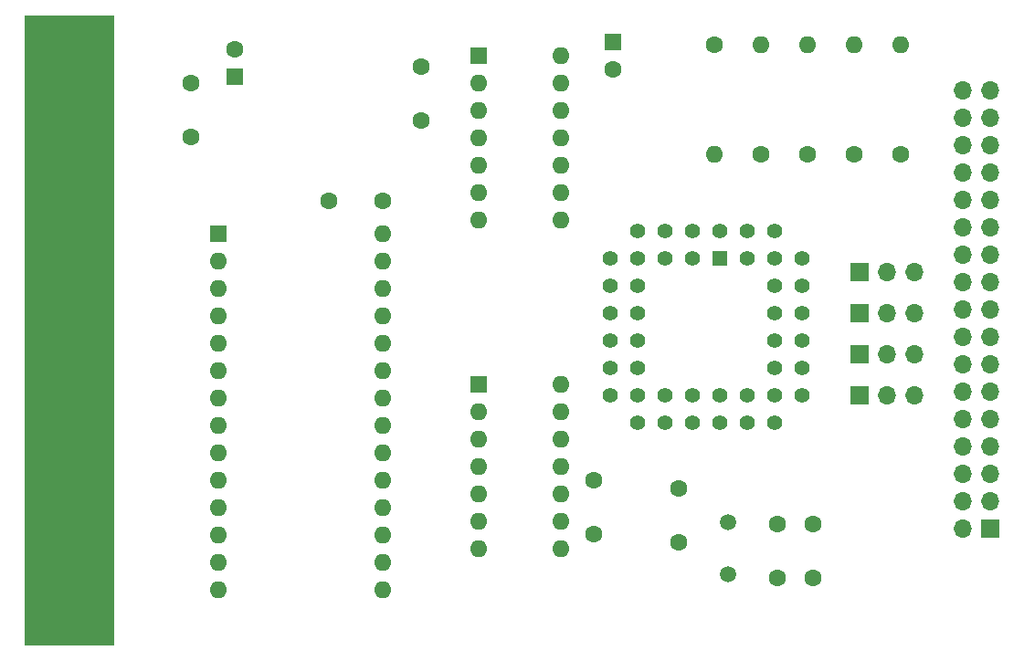
<source format=gbs>
%TF.GenerationSoftware,KiCad,Pcbnew,(6.0.0)*%
%TF.CreationDate,2022-03-13T19:40:46-04:00*%
%TF.ProjectId,TIB-Clone,5449422d-436c-46f6-9e65-2e6b69636164,rev?*%
%TF.SameCoordinates,Original*%
%TF.FileFunction,Soldermask,Bot*%
%TF.FilePolarity,Negative*%
%FSLAX46Y46*%
G04 Gerber Fmt 4.6, Leading zero omitted, Abs format (unit mm)*
G04 Created by KiCad (PCBNEW (6.0.0)) date 2022-03-13 19:40:46*
%MOMM*%
%LPD*%
G01*
G04 APERTURE LIST*
%ADD10C,1.600000*%
%ADD11O,1.600000X1.600000*%
%ADD12R,8.300000X58.420000*%
%ADD13R,8.000000X1.524000*%
%ADD14R,1.600000X1.600000*%
%ADD15R,1.700000X1.700000*%
%ADD16O,1.700000X1.700000*%
%ADD17C,1.500000*%
%ADD18R,1.422400X1.422400*%
%ADD19C,1.422400*%
G04 APERTURE END LIST*
D10*
%TO.C,R2*%
X201930000Y-59944000D03*
D11*
X201930000Y-49784000D03*
%TD*%
D10*
%TO.C,C3*%
X199136000Y-99274000D03*
X199136000Y-94274000D03*
%TD*%
%TO.C,C7*%
X189992000Y-90932000D03*
X189992000Y-95932000D03*
%TD*%
D12*
%TO.C,EXP1*%
X133482500Y-76287500D03*
D13*
X133610774Y-49617500D03*
X133610774Y-52157500D03*
X133610774Y-54697500D03*
X133610774Y-57237500D03*
X133610774Y-59777500D03*
X133610774Y-62317500D03*
X133610774Y-64857500D03*
X133610774Y-67397500D03*
X133610774Y-69937500D03*
X133610774Y-72477500D03*
X133610774Y-75017500D03*
X133610774Y-77557500D03*
X133610774Y-80097500D03*
X133610774Y-82637500D03*
X133610774Y-85177500D03*
X133610774Y-87717500D03*
X133610774Y-90257500D03*
X133610774Y-92797500D03*
X133610774Y-95337500D03*
X133610774Y-97877500D03*
X133610774Y-100417500D03*
X133610774Y-102957500D03*
%TD*%
D14*
%TO.C,C1*%
X183896000Y-49594888D03*
D10*
X183896000Y-52094888D03*
%TD*%
%TO.C,R3*%
X206248000Y-59944000D03*
D11*
X206248000Y-49784000D03*
%TD*%
D15*
%TO.C,CN1*%
X218892500Y-94707500D03*
D16*
X216352500Y-94707500D03*
X218892500Y-92167500D03*
X216352500Y-92167500D03*
X218892500Y-89627500D03*
X216352500Y-89627500D03*
X218892500Y-87087500D03*
X216352500Y-87087500D03*
X218892500Y-84547500D03*
X216352500Y-84547500D03*
X218892500Y-82007500D03*
X216352500Y-82007500D03*
X218892500Y-79467500D03*
X216352500Y-79467500D03*
X218892500Y-76927500D03*
X216352500Y-76927500D03*
X218892500Y-74387500D03*
X216352500Y-74387500D03*
X218892500Y-71847500D03*
X216352500Y-71847500D03*
X218892500Y-69307500D03*
X216352500Y-69307500D03*
X218892500Y-66767500D03*
X216352500Y-66767500D03*
X218892500Y-64227500D03*
X216352500Y-64227500D03*
X218892500Y-61687500D03*
X216352500Y-61687500D03*
X218892500Y-59147500D03*
X216352500Y-59147500D03*
X218892500Y-56607500D03*
X216352500Y-56607500D03*
X218892500Y-54067500D03*
X216352500Y-54067500D03*
%TD*%
D15*
%TO.C,J2*%
X206771000Y-70866000D03*
D16*
X209311000Y-70866000D03*
X211851000Y-70866000D03*
%TD*%
D10*
%TO.C,C8*%
X162520000Y-64262000D03*
X157520000Y-64262000D03*
%TD*%
D14*
%TO.C,C4*%
X148844000Y-52744379D03*
D10*
X148844000Y-50244379D03*
%TD*%
D14*
%TO.C,U1*%
X147315000Y-67320000D03*
D11*
X147315000Y-69860000D03*
X147315000Y-72400000D03*
X147315000Y-74940000D03*
X147315000Y-77480000D03*
X147315000Y-80020000D03*
X147315000Y-82560000D03*
X147315000Y-85100000D03*
X147315000Y-87640000D03*
X147315000Y-90180000D03*
X147315000Y-92720000D03*
X147315000Y-95260000D03*
X147315000Y-97800000D03*
X147315000Y-100340000D03*
X162555000Y-100340000D03*
X162555000Y-97800000D03*
X162555000Y-95260000D03*
X162555000Y-92720000D03*
X162555000Y-90180000D03*
X162555000Y-87640000D03*
X162555000Y-85100000D03*
X162555000Y-82560000D03*
X162555000Y-80020000D03*
X162555000Y-77480000D03*
X162555000Y-74940000D03*
X162555000Y-72400000D03*
X162555000Y-69860000D03*
X162555000Y-67320000D03*
%TD*%
D14*
%TO.C,U3*%
X171460000Y-81275000D03*
D11*
X171460000Y-83815000D03*
X171460000Y-86355000D03*
X171460000Y-88895000D03*
X171460000Y-91435000D03*
X171460000Y-93975000D03*
X171460000Y-96515000D03*
X179080000Y-96515000D03*
X179080000Y-93975000D03*
X179080000Y-91435000D03*
X179080000Y-88895000D03*
X179080000Y-86355000D03*
X179080000Y-83815000D03*
X179080000Y-81275000D03*
%TD*%
D10*
%TO.C,C2*%
X202438000Y-99274000D03*
X202438000Y-94274000D03*
%TD*%
%TO.C,R5*%
X210566000Y-59944000D03*
D11*
X210566000Y-49784000D03*
%TD*%
D10*
%TO.C,C5*%
X182118000Y-90210000D03*
X182118000Y-95210000D03*
%TD*%
D15*
%TO.C,J4*%
X206771000Y-78486000D03*
D16*
X209311000Y-78486000D03*
X211851000Y-78486000D03*
%TD*%
D17*
%TO.C,Q1*%
X194564000Y-94070000D03*
X194564000Y-98950000D03*
%TD*%
D18*
%TO.C,U4*%
X193802000Y-69596000D03*
D19*
X191262000Y-67056000D03*
X191262000Y-69596000D03*
X188722000Y-67056000D03*
X188722000Y-69596000D03*
X186182000Y-67056000D03*
X183642000Y-69596000D03*
X186182000Y-69596000D03*
X183642000Y-72136000D03*
X186182000Y-72136000D03*
X183642000Y-74676000D03*
X186182000Y-74676000D03*
X183642000Y-77216000D03*
X186182000Y-77216000D03*
X183642000Y-79756000D03*
X186182000Y-79756000D03*
X183642000Y-82296000D03*
X186182000Y-84836000D03*
X186182000Y-82296000D03*
X188722000Y-84836000D03*
X188722000Y-82296000D03*
X191262000Y-84836000D03*
X191262000Y-82296000D03*
X193802000Y-84836000D03*
X193802000Y-82296000D03*
X196342000Y-84836000D03*
X196342000Y-82296000D03*
X198882000Y-84836000D03*
X201422000Y-82296000D03*
X198882000Y-82296000D03*
X201422000Y-79756000D03*
X198882000Y-79756000D03*
X201422000Y-77216000D03*
X198882000Y-77216000D03*
X201422000Y-74676000D03*
X198882000Y-74676000D03*
X201422000Y-72136000D03*
X198882000Y-72136000D03*
X201422000Y-69596000D03*
X198882000Y-67056000D03*
X198882000Y-69596000D03*
X196342000Y-67056000D03*
X196342000Y-69596000D03*
X193802000Y-67056000D03*
%TD*%
D15*
%TO.C,J1*%
X206771000Y-74676000D03*
D16*
X209311000Y-74676000D03*
X211851000Y-74676000D03*
%TD*%
D10*
%TO.C,R4*%
X193294000Y-49784000D03*
D11*
X193294000Y-59944000D03*
%TD*%
D10*
%TO.C,C9*%
X144780000Y-53380000D03*
X144780000Y-58380000D03*
%TD*%
%TO.C,R1*%
X197612000Y-59944000D03*
D11*
X197612000Y-49784000D03*
%TD*%
D10*
%TO.C,C6*%
X166116000Y-51856000D03*
X166116000Y-56856000D03*
%TD*%
D14*
%TO.C,U2*%
X171460000Y-50795000D03*
D11*
X171460000Y-53335000D03*
X171460000Y-55875000D03*
X171460000Y-58415000D03*
X171460000Y-60955000D03*
X171460000Y-63495000D03*
X171460000Y-66035000D03*
X179080000Y-66035000D03*
X179080000Y-63495000D03*
X179080000Y-60955000D03*
X179080000Y-58415000D03*
X179080000Y-55875000D03*
X179080000Y-53335000D03*
X179080000Y-50795000D03*
%TD*%
D15*
%TO.C,J3*%
X206756000Y-82296000D03*
D16*
X209296000Y-82296000D03*
X211836000Y-82296000D03*
%TD*%
M02*

</source>
